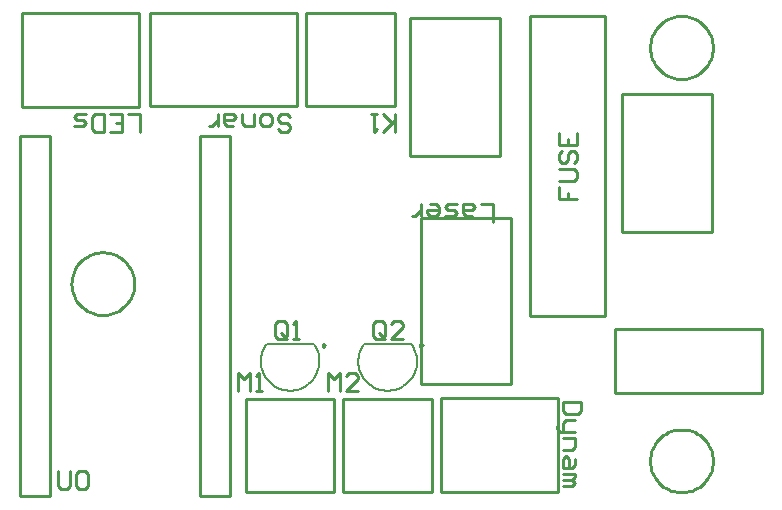
<source format=gto>
G04 Layer_Color=65535*
%FSLAX25Y25*%
%MOIN*%
G70*
G01*
G75*
%ADD27C,0.01000*%
%ADD28C,0.00984*%
%ADD29C,0.00787*%
D27*
X38032Y70866D02*
X37984Y71862D01*
X37842Y72848D01*
X37607Y73817D01*
X37281Y74758D01*
X36867Y75665D01*
X36369Y76528D01*
X35791Y77340D01*
X35138Y78093D01*
X34417Y78781D01*
X33634Y79397D01*
X32795Y79935D01*
X31909Y80392D01*
X30984Y80763D01*
X30028Y81043D01*
X29050Y81232D01*
X28057Y81327D01*
X27061D01*
X26069Y81232D01*
X25090Y81043D01*
X24134Y80763D01*
X23209Y80392D01*
X22323Y79935D01*
X21485Y79397D01*
X20701Y78781D01*
X19980Y78093D01*
X19327Y77340D01*
X18749Y76528D01*
X18251Y75665D01*
X17837Y74758D01*
X17511Y73817D01*
X17276Y72848D01*
X17134Y71862D01*
X17087Y70866D01*
X17134Y69871D01*
X17276Y68884D01*
X17511Y67916D01*
X17837Y66974D01*
X18251Y66067D01*
X18749Y65204D01*
X19327Y64393D01*
X19980Y63639D01*
X20701Y62952D01*
X21484Y62336D01*
X22323Y61797D01*
X23209Y61340D01*
X24134Y60970D01*
X25090Y60689D01*
X26069Y60500D01*
X27061Y60406D01*
X28057D01*
X29049Y60500D01*
X30028Y60689D01*
X30984Y60970D01*
X31909Y61340D01*
X32795Y61797D01*
X33634Y62336D01*
X34417Y62952D01*
X35138Y63639D01*
X35791Y64393D01*
X36369Y65204D01*
X36867Y66067D01*
X37281Y66974D01*
X37607Y67916D01*
X37842Y68884D01*
X37984Y69871D01*
X38032Y70866D01*
X230945Y149606D02*
X230897Y150602D01*
X230756Y151588D01*
X230521Y152557D01*
X230195Y153498D01*
X229781Y154405D01*
X229282Y155268D01*
X228704Y156080D01*
X228052Y156833D01*
X227330Y157521D01*
X226547Y158137D01*
X225709Y158676D01*
X224823Y159132D01*
X223898Y159503D01*
X222941Y159783D01*
X221963Y159972D01*
X220971Y160067D01*
X219974D01*
X218982Y159972D01*
X218004Y159783D01*
X217047Y159503D01*
X216122Y159132D01*
X215236Y158676D01*
X214398Y158137D01*
X213614Y157521D01*
X212893Y156833D01*
X212241Y156080D01*
X211663Y155268D01*
X211164Y154405D01*
X210750Y153498D01*
X210424Y152557D01*
X210189Y151588D01*
X210047Y150602D01*
X210000Y149606D01*
X210047Y148611D01*
X210189Y147624D01*
X210424Y146656D01*
X210750Y145714D01*
X211164Y144808D01*
X211663Y143945D01*
X212241Y143133D01*
X212893Y142379D01*
X213614Y141692D01*
X214398Y141076D01*
X215236Y140537D01*
X216122Y140080D01*
X217047Y139710D01*
X218004Y139429D01*
X218982Y139241D01*
X219974Y139146D01*
X220971D01*
X221963Y139241D01*
X222941Y139429D01*
X223898Y139710D01*
X224823Y140080D01*
X225709Y140537D01*
X226547Y141076D01*
X227330Y141692D01*
X228052Y142379D01*
X228704Y143133D01*
X229282Y143945D01*
X229781Y144808D01*
X230195Y145714D01*
X230521Y146656D01*
X230756Y147624D01*
X230897Y148611D01*
X230945Y149606D01*
Y11811D02*
X230897Y12807D01*
X230756Y13793D01*
X230521Y14761D01*
X230195Y15703D01*
X229781Y16610D01*
X229282Y17473D01*
X228704Y18285D01*
X228052Y19038D01*
X227330Y19726D01*
X226547Y20342D01*
X225709Y20880D01*
X224823Y21337D01*
X223898Y21708D01*
X222941Y21988D01*
X221963Y22177D01*
X220971Y22272D01*
X219974D01*
X218982Y22177D01*
X218004Y21988D01*
X217047Y21708D01*
X216122Y21337D01*
X215236Y20880D01*
X214398Y20342D01*
X213614Y19726D01*
X212893Y19038D01*
X212241Y18285D01*
X211663Y17473D01*
X211164Y16610D01*
X210750Y15703D01*
X210424Y14761D01*
X210189Y13793D01*
X210047Y12807D01*
X210000Y11811D01*
X210047Y10816D01*
X210189Y9829D01*
X210424Y8861D01*
X210750Y7919D01*
X211164Y7012D01*
X211663Y6149D01*
X212241Y5337D01*
X212893Y4584D01*
X213614Y3897D01*
X214398Y3280D01*
X215236Y2742D01*
X216122Y2285D01*
X217047Y1915D01*
X218004Y1634D01*
X218982Y1445D01*
X219974Y1350D01*
X220971D01*
X221963Y1445D01*
X222941Y1634D01*
X223898Y1915D01*
X224823Y2285D01*
X225709Y2742D01*
X226547Y3280D01*
X227330Y3897D01*
X228052Y4584D01*
X228704Y5337D01*
X229282Y6149D01*
X229781Y7012D01*
X230195Y7919D01*
X230521Y8861D01*
X230756Y9829D01*
X230897Y10816D01*
X230945Y11811D01*
X198406Y34370D02*
Y55630D01*
X247224D01*
X198406Y34370D02*
X225965D01*
X198406D02*
X247224D01*
Y55630D01*
X200787Y88071D02*
X230709D01*
Y134134D01*
X200787D02*
X230709D01*
X200787Y88071D02*
Y134134D01*
X163500Y37598D02*
Y92716D01*
X133579D02*
X163500D01*
X133579Y37598D02*
Y92716D01*
Y37598D02*
X163500D01*
X170000Y60000D02*
Y160000D01*
X195000D01*
Y60000D02*
Y160000D01*
X170000Y60000D02*
X195000D01*
X10000Y0D02*
Y120000D01*
X0Y0D02*
X10000D01*
X0D02*
Y120000D01*
X10000D01*
X60000D02*
X70000D01*
Y0D02*
Y120000D01*
X60000Y0D02*
Y120000D01*
Y0D02*
X70000D01*
X39646Y129882D02*
Y160984D01*
X669D02*
X39646D01*
X669Y129882D02*
Y160984D01*
Y129882D02*
X39646D01*
X124843Y130079D02*
Y160984D01*
X95315D02*
X124843D01*
X95315Y130079D02*
Y160984D01*
Y130079D02*
X124843D01*
X130000Y159587D02*
X160000D01*
X130000Y113524D02*
Y159587D01*
X160000Y113524D02*
Y159587D01*
X130000Y113524D02*
X160000D01*
X92343Y130079D02*
Y160984D01*
X43130D02*
X92343D01*
X43130Y130079D02*
Y160984D01*
Y130079D02*
X92343D01*
X140354Y1516D02*
Y32618D01*
Y1516D02*
X179331D01*
Y32618D01*
X140354D02*
X179331D01*
X107658Y1516D02*
Y32421D01*
Y1516D02*
X137185D01*
Y32421D01*
X107658D02*
X137185D01*
X75157Y1516D02*
Y32421D01*
Y1516D02*
X104685D01*
Y32421D01*
X75157D02*
X104685D01*
X179502Y102999D02*
Y99000D01*
X182501D01*
Y100999D01*
Y99000D01*
X185500D01*
X179502Y104998D02*
X184500D01*
X185500Y105998D01*
Y107997D01*
X184500Y108997D01*
X179502D01*
X180502Y114995D02*
X179502Y113995D01*
Y111996D01*
X180502Y110996D01*
X181501D01*
X182501Y111996D01*
Y113995D01*
X183501Y114995D01*
X184500D01*
X185500Y113995D01*
Y111996D01*
X184500Y110996D01*
X179502Y120993D02*
Y116994D01*
X185500D01*
Y120993D01*
X182501Y116994D02*
Y118993D01*
X12500Y8498D02*
Y3500D01*
X13500Y2500D01*
X15499D01*
X16499Y3500D01*
Y8498D01*
X18498Y7498D02*
X19498Y8498D01*
X21497D01*
X22497Y7498D01*
Y3500D01*
X21497Y2500D01*
X19498D01*
X18498Y3500D01*
Y7498D01*
X40000Y121502D02*
Y127500D01*
X36001D01*
X30003Y121502D02*
X34002D01*
Y127500D01*
X30003D01*
X34002Y124501D02*
X32003D01*
X28004Y121502D02*
Y127500D01*
X25005D01*
X24005Y126500D01*
Y122502D01*
X25005Y121502D01*
X28004D01*
X22006Y127500D02*
X19007D01*
X18007Y126500D01*
X19007Y125501D01*
X21006D01*
X22006Y124501D01*
X21006Y123501D01*
X18007D01*
X125000Y121502D02*
Y127500D01*
Y125501D01*
X121001Y121502D01*
X124000Y124501D01*
X121001Y127500D01*
X119002D02*
X117003D01*
X118002D01*
Y121502D01*
X119002Y122502D01*
X157500Y91502D02*
Y97500D01*
X153501D01*
X150502Y93501D02*
X148503D01*
X147503Y94501D01*
Y97500D01*
X150502D01*
X151502Y96500D01*
X150502Y95501D01*
X147503D01*
X145504Y97500D02*
X142505D01*
X141505Y96500D01*
X142505Y95501D01*
X144504D01*
X145504Y94501D01*
X144504Y93501D01*
X141505D01*
X136507Y97500D02*
X138506D01*
X139506Y96500D01*
Y94501D01*
X138506Y93501D01*
X136507D01*
X135507Y94501D01*
Y95501D01*
X139506D01*
X133508Y93501D02*
Y97500D01*
Y95501D01*
X132508Y94501D01*
X131508Y93501D01*
X130509D01*
X86001Y122502D02*
X87001Y121502D01*
X89000D01*
X90000Y122502D01*
Y123501D01*
X89000Y124501D01*
X87001D01*
X86001Y125501D01*
Y126500D01*
X87001Y127500D01*
X89000D01*
X90000Y126500D01*
X83002Y127500D02*
X81003D01*
X80003Y126500D01*
Y124501D01*
X81003Y123501D01*
X83002D01*
X84002Y124501D01*
Y126500D01*
X83002Y127500D01*
X78004D02*
Y123501D01*
X75005D01*
X74005Y124501D01*
Y127500D01*
X71006Y123501D02*
X69007D01*
X68007Y124501D01*
Y127500D01*
X71006D01*
X72006Y126500D01*
X71006Y125501D01*
X68007D01*
X66008Y123501D02*
Y127500D01*
Y125501D01*
X65008Y124501D01*
X64008Y123501D01*
X63009D01*
X187100Y31496D02*
X181102D01*
Y28497D01*
X182102Y27497D01*
X186101D01*
X187100Y28497D01*
Y31496D01*
X185101Y25498D02*
X182102D01*
X181102Y24498D01*
Y21499D01*
X180103D01*
X179103Y22499D01*
Y23499D01*
X181102Y21499D02*
X185101D01*
X181102Y19500D02*
X185101D01*
Y16501D01*
X184101Y15501D01*
X181102D01*
X185101Y12502D02*
Y10503D01*
X184101Y9503D01*
X181102D01*
Y12502D01*
X182102Y13502D01*
X183102Y12502D01*
Y9503D01*
X181102Y7504D02*
X185101D01*
Y6504D01*
X184101Y5505D01*
X181102D01*
X184101D01*
X185101Y4505D01*
X184101Y3505D01*
X181102D01*
X102500Y35000D02*
Y40998D01*
X104499Y38999D01*
X106499Y40998D01*
Y35000D01*
X112497D02*
X108498D01*
X112497Y38999D01*
Y39998D01*
X111497Y40998D01*
X109498D01*
X108498Y39998D01*
X72500Y35000D02*
Y40998D01*
X74499Y38999D01*
X76499Y40998D01*
Y35000D01*
X78498D02*
X80497D01*
X79498D01*
Y40998D01*
X78498Y39998D01*
X121499Y53500D02*
Y57498D01*
X120499Y58498D01*
X118500D01*
X117500Y57498D01*
Y53500D01*
X118500Y52500D01*
X120499D01*
X119499Y54499D02*
X121499Y52500D01*
X120499D02*
X121499Y53500D01*
X127497Y52500D02*
X123498D01*
X127497Y56499D01*
Y57498D01*
X126497Y58498D01*
X124498D01*
X123498Y57498D01*
X88999Y53500D02*
Y57498D01*
X87999Y58498D01*
X86000D01*
X85000Y57498D01*
Y53500D01*
X86000Y52500D01*
X87999D01*
X86999Y54499D02*
X88999Y52500D01*
X87999D02*
X88999Y53500D01*
X90998Y52500D02*
X92997D01*
X91998D01*
Y58498D01*
X90998Y57498D01*
D28*
X134134Y50315D02*
X133396Y50741D01*
Y49889D01*
X134134Y50315D01*
X101634D02*
X100896Y50741D01*
Y49889D01*
X101634Y50315D01*
D29*
X114705Y50906D02*
X114138Y50071D01*
X113660Y49182D01*
X113276Y48249D01*
X112990Y47282D01*
X112806Y46290D01*
X112724Y45284D01*
X112747Y44275D01*
X112874Y43274D01*
X113103Y42292D01*
X113432Y41338D01*
X113857Y40423D01*
X114375Y39557D01*
X114979Y38749D01*
X115663Y38007D01*
X116420Y37340D01*
X117242Y36754D01*
X118119Y36257D01*
X119043Y35852D01*
X120004Y35544D01*
X120992Y35337D01*
X121995Y35233D01*
X123004D01*
X124008Y35337D01*
X124996Y35544D01*
X125957Y35852D01*
X126881Y36257D01*
X127758Y36754D01*
X128580Y37340D01*
X129337Y38007D01*
X130021Y38749D01*
X130625Y39557D01*
X131142Y40423D01*
X131568Y41338D01*
X131897Y42292D01*
X132126Y43274D01*
X132253Y44275D01*
X132275Y45284D01*
X132194Y46290D01*
X132010Y47282D01*
X131724Y48249D01*
X131340Y49182D01*
X130862Y50071D01*
X130295Y50906D01*
X82205D02*
X81638Y50071D01*
X81160Y49182D01*
X80776Y48249D01*
X80490Y47282D01*
X80306Y46290D01*
X80225Y45284D01*
X80247Y44275D01*
X80374Y43274D01*
X80603Y42292D01*
X80932Y41338D01*
X81358Y40423D01*
X81875Y39557D01*
X82479Y38749D01*
X83163Y38007D01*
X83920Y37340D01*
X84742Y36754D01*
X85619Y36257D01*
X86543Y35852D01*
X87504Y35544D01*
X88492Y35337D01*
X89495Y35233D01*
X90504D01*
X91508Y35337D01*
X92496Y35544D01*
X93457Y35852D01*
X94381Y36257D01*
X95258Y36754D01*
X96080Y37340D01*
X96837Y38007D01*
X97521Y38749D01*
X98125Y39557D01*
X98642Y40423D01*
X99068Y41338D01*
X99397Y42292D01*
X99626Y43274D01*
X99753Y44275D01*
X99775Y45284D01*
X99694Y46290D01*
X99510Y47282D01*
X99224Y48249D01*
X98840Y49182D01*
X98362Y50071D01*
X97795Y50906D01*
X114705Y50906D02*
X130295D01*
X82205D02*
X97795D01*
M02*

</source>
